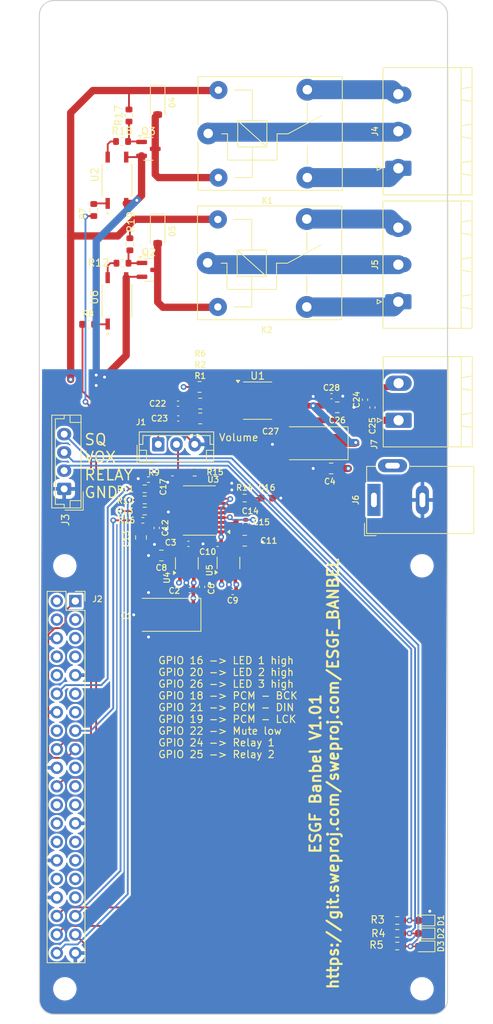
<source format=kicad_pcb>
(kicad_pcb
	(version 20240108)
	(generator "pcbnew")
	(generator_version "8.0")
	(general
		(thickness 1.6)
		(legacy_teardrops no)
	)
	(paper "A4")
	(title_block
		(title "ESGF_BANBEL")
		(date "2024-11-16")
		(rev "1.01")
		(company "SweProj.com")
	)
	(layers
		(0 "F.Cu" signal)
		(1 "In1.Cu" signal)
		(2 "In2.Cu" signal)
		(31 "B.Cu" signal)
		(32 "B.Adhes" user "B.Adhesive")
		(33 "F.Adhes" user "F.Adhesive")
		(34 "B.Paste" user)
		(35 "F.Paste" user)
		(36 "B.SilkS" user "B.Silkscreen")
		(37 "F.SilkS" user "F.Silkscreen")
		(38 "B.Mask" user)
		(39 "F.Mask" user)
		(40 "Dwgs.User" user "User.Drawings")
		(41 "Cmts.User" user "User.Comments")
		(42 "Eco1.User" user "User.Eco1")
		(43 "Eco2.User" user "User.Eco2")
		(44 "Edge.Cuts" user)
		(45 "Margin" user)
		(46 "B.CrtYd" user "B.Courtyard")
		(47 "F.CrtYd" user "F.Courtyard")
		(48 "B.Fab" user)
		(49 "F.Fab" user)
	)
	(setup
		(stackup
			(layer "F.SilkS"
				(type "Top Silk Screen")
			)
			(layer "F.Paste"
				(type "Top Solder Paste")
			)
			(layer "F.Mask"
				(type "Top Solder Mask")
				(thickness 0.01)
			)
			(layer "F.Cu"
				(type "copper")
				(thickness 0.035)
			)
			(layer "dielectric 1"
				(type "prepreg")
				(thickness 0.1)
				(material "FR4")
				(epsilon_r 4.5)
				(loss_tangent 0.02)
			)
			(layer "In1.Cu"
				(type "copper")
				(thickness 0.035)
			)
			(layer "dielectric 2"
				(type "core")
				(thickness 1.24)
				(material "FR4")
				(epsilon_r 4.5)
				(loss_tangent 0.02)
			)
			(layer "In2.Cu"
				(type "copper")
				(thickness 0.035)
			)
			(layer "dielectric 3"
				(type "prepreg")
				(thickness 0.1)
				(material "FR4")
				(epsilon_r 4.5)
				(loss_tangent 0.02)
			)
			(layer "B.Cu"
				(type "copper")
				(thickness 0.035)
			)
			(layer "B.Mask"
				(type "Bottom Solder Mask")
				(thickness 0.01)
			)
			(layer "B.Paste"
				(type "Bottom Solder Paste")
			)
			(layer "B.SilkS"
				(type "Bottom Silk Screen")
			)
			(copper_finish "None")
			(dielectric_constraints no)
		)
		(pad_to_mask_clearance 0.051)
		(solder_mask_min_width 0.25)
		(allow_soldermask_bridges_in_footprints no)
		(pcbplotparams
			(layerselection 0x00010fc_ffffffff)
			(plot_on_all_layers_selection 0x0000000_00000000)
			(disableapertmacros no)
			(usegerberextensions no)
			(usegerberattributes no)
			(usegerberadvancedattributes no)
			(creategerberjobfile no)
			(dashed_line_dash_ratio 12.000000)
			(dashed_line_gap_ratio 3.000000)
			(svgprecision 4)
			(plotframeref no)
			(viasonmask no)
			(mode 1)
			(useauxorigin no)
			(hpglpennumber 1)
			(hpglpenspeed 20)
			(hpglpendiameter 15.000000)
			(pdf_front_fp_property_popups yes)
			(pdf_back_fp_property_popups yes)
			(dxfpolygonmode yes)
			(dxfimperialunits yes)
			(dxfusepcbnewfont yes)
			(psnegative no)
			(psa4output no)
			(plotreference yes)
			(plotvalue yes)
			(plotfptext yes)
			(plotinvisibletext no)
			(sketchpadsonfab no)
			(subtractmaskfromsilk no)
			(outputformat 1)
			(mirror no)
			(drillshape 0)
			(scaleselection 1)
			(outputdirectory "RPII2S-gerber")
		)
	)
	(net 0 "")
	(net 1 "GND")
	(net 2 "GPIO25")
	(net 3 "GPIO8")
	(net 4 "Net-(D1-A)")
	(net 5 "GPIO18")
	(net 6 "GPIO21")
	(net 7 "GPIO19")
	(net 8 "Net-(D2-A)")
	(net 9 "GPIO22")
	(net 10 "Net-(D3-A)")
	(net 11 "+3.3VA")
	(net 12 "GPIO16")
	(net 13 "GPIO26")
	(net 14 "GPIO20")
	(net 15 "+3V3")
	(net 16 "+5V")
	(net 17 "unconnected-(J2-Pin_3-Pad3)")
	(net 18 "unconnected-(J2-Pin_8-Pad8)")
	(net 19 "unconnected-(J2-Pin_29-Pad29)")
	(net 20 "GPIO6")
	(net 21 "GPIO13")
	(net 22 "GPIO17")
	(net 23 "GPIO27")
	(net 24 "GPIO23")
	(net 25 "GPIO24")
	(net 26 "GPIO10")
	(net 27 "GPIO09")
	(net 28 "GPIO11")
	(net 29 "GPIO7")
	(net 30 "unconnected-(J2-Pin_27-Pad27)")
	(net 31 "unconnected-(J2-Pin_5-Pad5)")
	(net 32 "unconnected-(J2-Pin_7-Pad7)")
	(net 33 "unconnected-(J2-Pin_10-Pad10)")
	(net 34 "unconnected-(J2-Pin_28-Pad28)")
	(net 35 "unconnected-(J2-Pin_32-Pad32)")
	(net 36 "Net-(U3-LDOO)")
	(net 37 "Net-(U3-CPGND)")
	(net 38 "Net-(U3-VNEG)")
	(net 39 "Net-(U3-CAPM)")
	(net 40 "Net-(U3-CAPP)")
	(net 41 "Net-(C16-Pad1)")
	(net 42 "Net-(U3-DIN)")
	(net 43 "Net-(U3-BCK)")
	(net 44 "Net-(U3-SCK)")
	(net 45 "Net-(U3-LRCK)")
	(net 46 "Net-(U3-OUTR)")
	(net 47 "Net-(U3-OUTL)")
	(net 48 "unconnected-(U4-NC-Pad4)")
	(net 49 "unconnected-(U5-NC-Pad4)")
	(net 50 "Net-(U3-XSMT)")
	(net 51 "Net-(J1-Pin_2)")
	(net 52 "Net-(C22-Pad2)")
	(net 53 "Net-(J1-Pin_1)")
	(net 54 "Net-(C23-Pad2)")
	(net 55 "Net-(U1-IN-)")
	(net 56 "Net-(U1-IN+)")
	(net 57 "Net-(U1-~{SD})")
	(net 58 "unconnected-(U1-NC-Pad2)")
	(net 59 "Net-(D4-A)")
	(net 60 "Net-(D5-A)")
	(net 61 "Net-(R7-Pad2)")
	(net 62 "Net-(R8-Pad2)")
	(net 63 "Net-(J4-Pin_3)")
	(net 64 "Net-(J4-Pin_1)")
	(net 65 "Net-(J4-Pin_2)")
	(net 66 "Net-(J5-Pin_3)")
	(net 67 "Net-(J5-Pin_2)")
	(net 68 "Net-(J5-Pin_1)")
	(net 69 "Net-(J7-Pin_2)")
	(net 70 "Net-(J7-Pin_1)")
	(net 71 "+3V3P")
	(net 72 "unconnected-(J6-Pad3)")
	(net 73 "Net-(R12-Pad1)")
	(net 74 "Net-(R18-Pad1)")
	(net 75 "Net-(Q2-B)")
	(net 76 "Net-(Q3-B)")
	(footprint "Capacitor_SMD:C_0805_2012Metric" (layer "F.Cu") (at 103.2995 83.058 180))
	(footprint "MountingHole:MountingHole_2.7mm_M2.5" (layer "F.Cu") (at 66.768 96.4042))
	(footprint "MountingHole:MountingHole_2.7mm_M2.5" (layer "F.Cu") (at 115.768 154.4042))
	(footprint "MountingHole:MountingHole_2.7mm_M2.5" (layer "F.Cu") (at 115.768 96.4042))
	(footprint "Connector_PinSocket_2.54mm:PinSocket_2x20_P2.54mm_Vertical" (layer "F.Cu") (at 68.203 101.2392))
	(footprint "MountingHole:MountingHole_2.7mm_M2.5" (layer "F.Cu") (at 66.768 154.4042))
	(footprint "Capacitor_SMD:C_0402_1005Metric" (layer "F.Cu") (at 85.598 99.291 90))
	(footprint "LED_SMD:LED_0603_1608Metric" (layer "F.Cu") (at 116.0525 146.812 180))
	(footprint "Resistor_SMD:R_0603_1608Metric" (layer "F.Cu") (at 112.3696 145.034 180))
	(footprint "Resistor_SMD:R_0603_1608Metric" (layer "F.Cu") (at 112.3696 146.812 180))
	(footprint "Resistor_SMD:R_0603_1608Metric" (layer "F.Cu") (at 112.3696 148.5392 180))
	(footprint "Capacitor_Tantalum_SMD:CP_EIA-7343-40_Kemet-Y" (layer "F.Cu") (at 81.026 103.124 180))
	(footprint "LED_SMD:LED_0603_1608Metric" (layer "F.Cu") (at 116.0525 145.034 180))
	(footprint "LED_SMD:LED_0603_1608Metric" (layer "F.Cu") (at 116.0525 148.59 180))
	(footprint "Diode_SMD:D_SOD-123" (layer "F.Cu") (at 79.502 32.894 -90))
	(footprint "Resistor_SMD:R_0603_1608Metric" (layer "F.Cu") (at 69.9638 63.2968))
	(footprint "Resistor_SMD:R_0603_1608Metric" (layer "F.Cu") (at 77.724 88.9))
	(footprint "Capacitor_SMD:C_0402_1005Metric" (layer "F.Cu") (at 87.729 93.3958 180))
	(footprint "Resistor_SMD:R_0603_1608Metric" (layer "F.Cu") (at 84.582 83.566 180))
	(footprint "Capacitor_SMD:C_0402_1005Metric" (layer "F.Cu") (at 83.721 93.3958))
	(footprint "Resistor_SMD:R_0603_1608Metric" (layer "F.Cu") (at 75.565 34.671 90))
	(footprint "Resistor_SMD:R_0805_2012Metric" (layer "F.Cu") (at 85.344 74.168))
	(footprint "Package_TO_SOT_SMD:SOT-23-5" (layer "F.Cu") (at 89.215 96.012 90))
	(footprint "Connector_JST:JST_EH_B4B-EH-A_1x04_P2.50mm_Vertical" (layer "F.Cu") (at 66.675 85.859 90))
	(footprint "Connector_JST:JST_EH_B3B-EH-A_1x03_P2.50mm_Vertical" (layer "F.Cu") (at 79.582 79.756))
	(footprint "Resistor_SMD:R_0603_1608Metric" (layer "F.Cu") (at 91.44 87.122))
	(footprint "Capacitor_SMD:C_0603_1608Metric" (layer "F.Cu") (at 94.488 87.122))
	(footprint "Package_SO:TSSOP-20_4.4x6.5mm_P0.65mm" (layer "F.Cu") (at 85.217 88.8238 180))
	(footprint "Capacitor_SMD:C_0402_1005Metric" (layer "F.Cu") (at 107.95 73.632 90))
	(footprint "Capacitor_SMD:C_0402_1005Metric" (layer "F.Cu") (at 83.919 99.7458 180))
	(footprint "Capacitor_Tantalum_SMD:CP_EIA-7343-40_Kemet-Y" (layer "F.Cu") (at 101.217 79.602 180))
	(footprint "Resistor_SMD:R_0805_2012Metric" (layer "F.Cu") (at 85.2405 71.882))
	(footprint "Package_TO_SOT_SMD:SOT-23-5" (layer "F.Cu") (at 83.505 96.0683 90))
	(footprint "Resistor_SMD:R_0402_1005Metric" (layer "F.Cu") (at 77.47 90.17 180))
	(footprint "Resistor_SMD:R_0603_1608Metric" (layer "F.Cu") (at 77.722 87.376))
	(footprint "MountingHole:MountingHole_2.7mm_M2.5" (layer "F.Cu") (at 115.768 22.4042))
	(footprint "Package_SO:SOP-8_3.9x4.9mm_P1.27mm" (layer "F.Cu") (at 93.218 73.7616))
	(footprint "ESGF:OPTO_EL357N-G" (layer "F.Cu") (at 73.914 60.0784 90))
	(footprint "Connector_Phoenix_MSTB:PhoenixContact_MSTBA_2,5_3-G-5,08_1x03_P5.08mm_Horizontal"
		(layer "F.Cu")
		(uuid "73094ac1-d1b7-4559-84e7-c4888f759e37")
		(at 112.522 60.198 90)
		(descr "Generic Phoenix Contact connector footprint for: MSTBA_2,5/3-G-5,08; number of pins: 03; pin pitch: 5.08mm; Angled || order number: 1757255 12A || order number: 1923872 16A (HC)")
		(tags "phoenix_contact connector MSTBA_01x03_G_5.08mm")
		(property "Reference" "J5"
			(at 5.08 -3.2 90)
			(layer "F.SilkS")
			(uuid "eb457708-ce1e-4340-944f-a8d10974dbfe")
			(effects
				(font
					(size 0.8 0.8)
					(thickness 0.15)
				)
			)
		)
		(property "Value" "Conn_01x03"
			(at 5.08 11.2 90)
			(layer "F.Fab")
			(uuid "e525c25c-5ac7-4d42-aceb-661fa15696b7")
			(effects
				(font
					(size 1 1)
					(thickness 0.15)
				)
			)
		)
		(property "Footprint" "Connector_Phoenix_MSTB:PhoenixContact_MSTBA_2,5_3-G-5,08_1x03_P5.08mm_Horizontal"
			(at 0 0 90)
			(unlocked yes)
			(layer "F.Fab")
			(hide yes)
			(uuid "7ead2151-5bf5-4973-b4c4-af9d98c56347")
			(effects
				(font
					(size 1.27 1.27)
					(thickness 0.15)
				)
			)
		)
		(property "Datasheet" ""
			(at 0 0 90)
			(unlocked yes)
			(layer "F.Fab")
			(hide yes)
			(uuid "ff705aa6-0d57-41b5-87c7-87c24a2b7ec6")
			(effects
				(font
					(size 1.27 1.27)
					(thickness 0.15)
				)
			)
		)
		(property "Description" "Generic connector, single row, 01x03, script generated (kicad-library-utils/schlib/autogen/connector/)"
			(at 0 0 90)
			(unlocked yes)
			(layer "F.Fab")
			(hide yes)
			(uuid "962905bd-bb34-44f8-b3c2-534b66e3f46f")
			(effects
				(font
					(size 1.27 1.27)
					(thickness 0.15)
				)
			)
		)
		(property "LCSC" "C5183941"
			(at 0 0 90)
			(unlocked yes)
			(layer "F.Fab")
			(hide yes)
			(uuid "9c1054c9-561d-49bd-a558-c1557b9aefaa")
			(effects
				(font
					(size 1 1)
					(thickness 0.15)
				)
			)
		)
		(property ki_fp_filters "Connector*:*_1x??_*")
		(path "/3a99f0d1-22da-416a-866e-c18ee8752550")
		(sheetname "Root")
		(sheetfile "BANBEL.kicad_sch")
		(attr through_hole)
		(fp_line
			(start 0.3 -2.91)
			(end 0 -2.31)
			(stroke
				(width 0.12)
				(type solid)
			)
			(layer "F.SilkS")
			(uuid "c9d51a5c-7372-4a5d-83f3-549be4a0a86f")
		)
		(fp_lin
... [593413 chars truncated]
</source>
